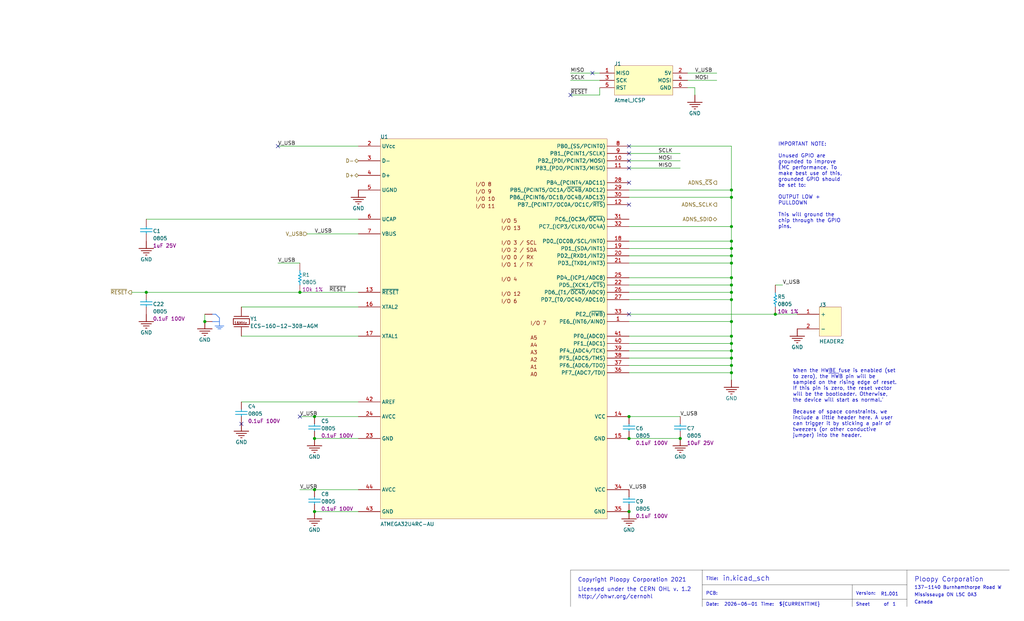
<source format=kicad_sch>
(kicad_sch (version 20231120) (generator "eeschema") (generator_version "8.0")
  (paper "USLegal")
  (title_block (rev "R1.001") (company "Ploopy Corporation"))
  (lib_symbols
    (symbol "MiniBall-altium-import:GND_POWER_GROUND" (power)
      (property "Reference" "#PWR" (at 0 0 0))
      (property "Value" "GND" (at 0 6.35 0))
      (symbol "GND_POWER_GROUND_0_0"
        (polyline (pts (xy -2.54 -2.54) (xy 2.54 -2.54)) (stroke (width 0.254)))
        (polyline (pts (xy -1.778 -3.302) (xy 1.778 -3.302)) (stroke (width 0.254)))
        (polyline (pts (xy -1.016 -4.064) (xy 1.016 -4.064)) (stroke (width 0.254)))
        (polyline (pts (xy -0.254 -4.826) (xy 0.254 -4.826)) (stroke (width 0.254)))
        (polyline (pts (xy 0 0) (xy 0 -2.54)) (stroke (width 0.254)))
        (pin power_in line (at 0 0 0) (length 0) hide (name "GND") (number ""))
      )
    )
    (symbol "MiniBall-altium-import:MCU_0_ATMEGA32U4RC-AU"
      (symbol "MCU_0_ATMEGA32U4RC-AU_1_0"
        (rectangle (start 50.8 66.04) (end -27.94 -66.04) (stroke (width 0.0254) (color 128 0 0 1)) (fill (type background)))
        (text "A0" (at 24.13 -16.51 0) (effects (font (size 1.27 1.27)) (justify left bottom)))
        (text "A1" (at 24.13 -13.97 0) (effects (font (size 1.27 1.27)) (justify left bottom)))
        (text "A2" (at 24.13 -11.43 0) (effects (font (size 1.27 1.27)) (justify left bottom)))
        (text "A3" (at 24.13 -8.89 0) (effects (font (size 1.27 1.27)) (justify left bottom)))
        (text "A4" (at 24.13 -6.35 0) (effects (font (size 1.27 1.27)) (justify left bottom)))
        (text "A5" (at 24.13 -3.81 0) (effects (font (size 1.27 1.27)) (justify left bottom)))
        (text "I/O 0 / RX" (at 13.97 24.13 0) (effects (font (size 1.27 1.27)) (justify left bottom)))
        (text "I/O 1 / TX" (at 13.97 21.59 0) (effects (font (size 1.27 1.27)) (justify left bottom)))
        (text "I/O 10" (at 5.08 44.45 0) (effects (font (size 1.27 1.27)) (justify left bottom)))
        (text "I/O 11" (at 5.08 41.91 0) (effects (font (size 1.27 1.27)) (justify left bottom)))
        (text "I/O 12" (at 13.97 11.43 0) (effects (font (size 1.27 1.27)) (justify left bottom)))
        (text "I/O 13" (at 13.97 34.29 0) (effects (font (size 1.27 1.27)) (justify left bottom)))
        (text "I/O 2 / SDA" (at 13.97 26.67 0) (effects (font (size 1.27 1.27)) (justify left bottom)))
        (text "I/O 3 / SCL" (at 13.97 29.21 0) (effects (font (size 1.27 1.27)) (justify left bottom)))
        (text "I/O 4" (at 13.97 16.51 0) (effects (font (size 1.27 1.27)) (justify left bottom)))
        (text "I/O 5" (at 13.97 36.83 0) (effects (font (size 1.27 1.27)) (justify left bottom)))
        (text "I/O 6" (at 13.97 8.89 0) (effects (font (size 1.27 1.27)) (justify left bottom)))
        (text "I/O 7" (at 24.13 1.27 0) (effects (font (size 1.27 1.27)) (justify left bottom)))
        (text "I/O 8" (at 5.08 49.53 0) (effects (font (size 1.27 1.27)) (justify left bottom)))
        (text "I/O 9" (at 5.08 46.99 0) (effects (font (size 1.27 1.27)) (justify left bottom)))
        (pin bidirectional line (at 58.42 2.54 180) (length 7.62) (name "PE6_(INT6/AIN0)") (number "1"))
        (pin bidirectional line (at 58.42 58.42 180) (length 7.62) (name "PB2_(PDI/PCINT2/MOSI)") (number "10"))
        (pin bidirectional line (at 58.42 55.88 180) (length 7.62) (name "PB3_(PDO/PCINT3/MISO)") (number "11"))
        (pin bidirectional line (at 58.42 43.18 180) (length 7.62) (name "PB7_(PCINT7/OC0A/OC1C/~{RTS})") (number "12"))
        (pin input line (at -35.56 12.7 0) (length 7.62) (name "~{RESET}") (number "13"))
        (pin power_in line (at 58.42 -30.48 180) (length 7.62) (name "VCC") (number "14"))
        (pin passive line (at 58.42 -38.1 180) (length 7.62) (name "GND") (number "15"))
        (pin passive line (at -35.56 7.62 0) (length 7.62) (name "XTAL2") (number "16"))
        (pin passive line (at -35.56 -2.54 0) (length 7.62) (name "XTAL1") (number "17"))
        (pin bidirectional line (at 58.42 30.48 180) (length 7.62) (name "PD0_(OC0B/SCL/INT0)") (number "18"))
        (pin bidirectional line (at 58.42 27.94 180) (length 7.62) (name "PD1_(SDA/INT1)") (number "19"))
        (pin power_in line (at -35.56 63.5 0) (length 7.62) (name "UVcc") (number "2"))
        (pin bidirectional line (at 58.42 25.4 180) (length 7.62) (name "PD2_(RXD1/INT2)") (number "20"))
        (pin bidirectional line (at 58.42 22.86 180) (length 7.62) (name "PD3_(TXD1/INT3)") (number "21"))
        (pin bidirectional line (at 58.42 15.24 180) (length 7.62) (name "PD5_(XCK1/~{CTS})") (number "22"))
        (pin passive line (at -35.56 -38.1 0) (length 7.62) (name "GND") (number "23"))
        (pin power_in line (at -35.56 -30.48 0) (length 7.62) (name "AVCC") (number "24"))
        (pin bidirectional line (at 58.42 17.78 180) (length 7.62) (name "PD4_(ICP1/ADC8)") (number "25"))
        (pin bidirectional line (at 58.42 12.7 180) (length 7.62) (name "PD6_(T1/~{OC4D}/ADC9)") (number "26"))
        (pin bidirectional line (at 58.42 10.16 180) (length 7.62) (name "PD7_(T0/OC4D/ADC10)") (number "27"))
        (pin bidirectional line (at 58.42 50.8 180) (length 7.62) (name "PB4_(PCINT4/ADC11)") (number "28"))
        (pin bidirectional line (at 58.42 48.26 180) (length 7.62) (name "PB5_(PCINT5/OC1A/~{OC4B}/ADC12)") (number "29"))
        (pin bidirectional line (at -35.56 58.42 0) (length 7.62) (name "D-") (number "3"))
        (pin bidirectional line (at 58.42 45.72 180) (length 7.62) (name "PB6_(PCINT6/OC1B/OC4B/ADC13)") (number "30"))
        (pin bidirectional line (at 58.42 38.1 180) (length 7.62) (name "PC6_(OC3A/~{OC4A})") (number "31"))
        (pin bidirectional line (at 58.42 35.56 180) (length 7.62) (name "PC7_(ICP3/CLK0/OC4A)") (number "32"))
        (pin bidirectional line (at 58.42 5.08 180) (length 7.62) (name "PE2_(~{HWB})") (number "33"))
        (pin power_in line (at 58.42 -55.88 180) (length 7.62) (name "VCC") (number "34"))
        (pin passive line (at 58.42 -63.5 180) (length 7.62) (name "GND") (number "35"))
        (pin bidirectional line (at 58.42 -15.24 180) (length 7.62) (name "PF7_(ADC7/TDI)") (number "36"))
        (pin bidirectional line (at 58.42 -12.7 180) (length 7.62) (name "PF6_(ADC6/TDO)") (number "37"))
        (pin bidirectional line (at 58.42 -10.16 180) (length 7.62) (name "PF5_(ADC5/TMS)") (number "38"))
        (pin bidirectional line (at 58.42 -7.62 180) (length 7.62) (name "PF4_(ADC4/TCK)") (number "39"))
        (pin bidirectional line (at -35.56 53.34 0) (length 7.62) (name "D+") (number "4"))
        (pin bidirectional line (at 58.42 -5.08 180) (length 7.62) (name "PF1_(ADC1)") (number "40"))
        (pin bidirectional line (at 58.42 -2.54 180) (length 7.62) (name "PF0_(ADC0)") (number "41"))
        (pin passive line (at -35.56 -25.4 0) (length 7.62) (name "AREF") (number "42"))
        (pin passive line (at -35.56 -63.5 0) (length 7.62) (name "GND") (number "43"))
        (pin power_in line (at -35.56 -55.88 0) (length 7.62) (name "AVCC") (number "44"))
        (pin passive line (at -35.56 48.26 0) (length 7.62) (name "UGND") (number "5"))
        (pin passive line (at -35.56 38.1 0) (length 7.62) (name "UCAP") (number "6"))
        (pin power_in line (at -35.56 33.02 0) (length 7.62) (name "VBUS") (number "7"))
        (pin bidirectional line (at 58.42 63.5 180) (length 7.62) (name "PB0_(SS/PCINT0)") (number "8"))
        (pin bidirectional line (at 58.42 60.96 180) (length 7.62) (name "PB1_(PCINT1/SCLK)") (number "9"))
      )
    )
    (symbol "MiniBall-altium-import:MCU_0_Atmel_ICSP"
      (symbol "MCU_0_Atmel_ICSP_1_0"
        (rectangle (start 17.78 5.08) (end -2.54 -5.08) (stroke (width 0.0254) (color 128 0 0 1)) (fill (type background)))
        (pin passive line (at -7.62 2.54 0) (length 5.08) (name "MISO") (number "1"))
        (pin passive line (at 22.86 2.54 180) (length 5.08) (name "5V") (number "2"))
        (pin passive line (at -7.62 0 0) (length 5.08) (name "SCK") (number "3"))
        (pin passive line (at 22.86 0 180) (length 5.08) (name "MOSI") (number "4"))
        (pin passive line (at -7.62 -2.54 0) (length 5.08) (name "RST") (number "5"))
        (pin passive line (at 22.86 -2.54 180) (length 5.08) (name "GND") (number "6"))
      )
    )
    (symbol "MiniBall-altium-import:MCU_0_ECS-160-12-30B-AGM"
      (symbol "MCU_0_ECS-160-12-30B-AGM_1_0"
        (polyline (pts (xy -7.62 2.54) (xy -6.35 2.54)) (stroke (width 0.254) (color 74 134 232 1)))
        (polyline (pts (xy -6.35 2.54) (xy -5.08 1.27)) (stroke (width 0.254) (color 74 134 232 1)))
        (polyline (pts (xy -5.08 1.27) (xy -5.08 0)) (stroke (width 0.254) (color 74 134 232 1)))
        (polyline (pts (xy -4.572 -2.54) (xy -5.588 -2.54)) (stroke (width 0.254) (color 74 134 232 1)))
        (polyline (pts (xy -4.064 -2.032) (xy -6.096 -2.032)) (stroke (width 0.254) (color 74 134 232 1)))
        (polyline (pts (xy -3.556 -1.524) (xy -6.604 -1.524)) (stroke (width 0.254) (color 74 134 232 1)))
        (polyline (pts (xy 0 -1.778) (xy 5.08 -1.778)) (stroke (width 0.254)))
        (polyline (pts (xy 5.08 1.778) (xy 0 1.778)) (stroke (width 0.254)))
        (polyline (pts (xy -7.62 0) (xy -5.08 0) (xy -5.08 -1.524)) (stroke (width 0.254) (color 74 134 232 1)))
        (polyline (pts (xy 0 -1.016) (xy -0.254 -1.016) (xy -0.254 1.016) (xy 5.334 1.016) (xy 5.334 -1.016) (xy 0 -1.016)) (stroke (width 0.254)))
        (text "16MHz" (at 0 -1.016 0) (effects (font (size 0.889 0.889)) (justify left bottom)))
        (pin passive line (at 2.54 5.08 270) (length 3.175) (name "1") (number "1"))
        (pin passive line (at -10.16 0 0) (length 2.54) (name "2") (number "2"))
        (pin passive line (at 2.54 -5.08 90) (length 3.175) (name "3") (number "3"))
        (pin passive line (at -10.16 2.54 0) (length 2.54) (name "4") (number "4"))
      )
    )
    (symbol "MiniBall-altium-import:MCU_0_HEADER2"
      (symbol "MCU_0_HEADER2_1_0"
        (rectangle (start 5.08 5.08) (end -2.54 -5.08) (stroke (width 0.0254) (color 128 0 0 1)) (fill (type background)))
        (pin passive line (at -10.16 2.54 0) (length 7.62) (name "+") (number "1"))
        (pin passive line (at -10.16 -2.54 0) (length 7.62) (name "-") (number "2"))
      )
    )
    (symbol "MiniBall-altium-import:MCU_1_Cap 0.1uF 100V"
      (symbol "MCU_1_Cap 0.1uF 100V_1_0"
        (polyline (pts (xy 0.508 0.762) (xy 4.572 0.762)) (stroke (width 0.254) (color 0 156 202 1)))
        (polyline (pts (xy 0.508 1.778) (xy 4.572 1.778)) (stroke (width 0.254) (color 0 156 202 1)))
        (polyline (pts (xy 2.54 0) (xy 2.54 0.762)) (stroke (width 0.254) (color 0 156 202 1)))
        (polyline (pts (xy 2.54 2.54) (xy 2.54 1.778)) (stroke (width 0.254) (color 0 156 202 1)))
        (pin passive line (at 2.54 -2.54 90) (length 2.54) (name "1") (number "1"))
        (pin passive line (at 2.54 5.08 270) (length 2.54) (name "2") (number "2"))
      )
    )
    (symbol "MiniBall-altium-import:MCU_1_Cap 1uF 25V"
      (symbol "MCU_1_Cap 1uF 25V_1_0"
        (polyline (pts (xy 0.508 0.762) (xy 4.572 0.762)) (stroke (width 0.254) (color 0 156 202 1)))
        (polyline (pts (xy 0.508 1.778) (xy 4.572 1.778)) (stroke (width 0.254) (color 0 156 202 1)))
        (polyline (pts (xy 2.54 0) (xy 2.54 0.762)) (stroke (width 0.254) (color 0 156 202 1)))
        (polyline (pts (xy 2.54 2.54) (xy 2.54 1.778)) (stroke (width 0.254) (color 0 156 202 1)))
        (pin passive line (at 2.54 -2.54 90) (length 2.54) (name "1") (number "1"))
        (pin passive line (at 2.54 5.08 270) (length 2.54) (name "2") (number "2"))
      )
    )
    (symbol "MiniBall-altium-import:MCU_1_Res 10k 1% 0805"
      (symbol "MCU_1_Res 10k 1% 0805_1_0"
        (polyline (pts (xy 2.54 0) (xy 2.54 1.016)) (stroke (width 0.254) (color 0 156 202 1)))
        (polyline (pts (xy 2.54 4.064) (xy 2.54 5.08)) (stroke (width 0.254) (color 0 156 202 1)))
        (polyline (pts (xy 2.54 1.016) (xy 2.032 1.27) (xy 3.048 1.778) (xy 2.032 2.286) (xy 3.048 2.794) (xy 2.032 3.302) (xy 3.048 3.81) (xy 2.54 4.064)) (stroke (width 0.254) (color 0 156 202 1)))
        (pin passive line (at 2.54 -2.54 90) (length 2.54) (name "1") (number "1"))
        (pin passive line (at 2.54 7.62 270) (length 2.54) (name "2") (number "2"))
      )
    )
    (symbol "MiniBall-altium-import:MCU_1_mirrored_Cap 0.1uF 100V"
      (symbol "MCU_1_mirrored_Cap 0.1uF 100V_1_0"
        (polyline (pts (xy -2.54 0) (xy -2.54 0.762)) (stroke (width 0.254) (color 0 156 202 1)))
        (polyline (pts (xy -2.54 2.54) (xy -2.54 1.778)) (stroke (width 0.254) (color 0 156 202 1)))
        (polyline (pts (xy -0.508 0.762) (xy -4.572 0.762)) (stroke (width 0.254) (color 0 156 202 1)))
        (polyline (pts (xy -0.508 1.778) (xy -4.572 1.778)) (stroke (width 0.254) (color 0 156 202 1)))
        (pin passive line (at -2.54 -2.54 90) (length 2.54) (name "1") (number "1"))
        (pin passive line (at -2.54 5.08 270) (length 2.54) (name "2") (number "2"))
      )
    )
    (symbol "MiniBall-altium-import:MCU_1_mirrored_Cap 10uF 25V"
      (symbol "MCU_1_mirrored_Cap 10uF 25V_1_0"
        (polyline (pts (xy -2.54 0) (xy -2.54 0.762)) (stroke (width 0.254) (color 0 156 202 1)))
        (polyline (pts (xy -2.54 2.54) (xy -2.54 1.778)) (stroke (width 0.254) (color 0 156 202 1)))
        (polyline (pts (xy -0.508 0.762) (xy -4.572 0.762)) (stroke (width 0.254) (color 0 156 202 1)))
        (polyline (pts (xy -0.508 1.778) (xy -4.572 1.778)) (stroke (width 0.254) (color 0 156 202 1)))
        (pin passive line (at -2.54 -2.54 90) (length 2.54) (name "1") (number "1"))
        (pin passive line (at -2.54 5.08 270) (length 2.54) (name "2") (number "2"))
      )
    )
  )
  (junction (at 269.24 109.22))
  (junction (at 218.44 177.8))
  (junction (at 254 111.76))
  (junction (at 254 88.9))
  (junction (at 109.22 144.78))
  (junction (at 109.22 177.8))
  (junction (at 109.22 152.4))
  (junction (at 50.8 101.6))
  (junction (at 236.22 152.4))
  (junction (at 254 104.14))
  (junction (at 254 129.54))
  (junction (at 254 119.38))
  (junction (at 254 86.36))
  (junction (at 218.44 152.4))
  (junction (at 254 99.06))
  (junction (at 254 68.58))
  (junction (at 254 78.74))
  (junction (at 254 121.92))
  (junction (at 104.14 101.6))
  (junction (at 254 91.44))
  (junction (at 218.44 144.78))
  (junction (at 254 96.52))
  (junction (at 254 116.84))
  (junction (at 254 66.04))
  (junction (at 254 101.6))
  (junction (at 254 127))
  (junction (at 71.12 111.76))
  (junction (at 254 124.46))
  (junction (at 254 83.82))
  (junction (at 109.22 170.18))
  (no_connect (at 218.44 50.8))
  (no_connect (at 218.44 63.5))
  (no_connect (at 96.52 50.8))
  (no_connect (at 205.74 25.4))
  (no_connect (at 218.44 55.88))
  (no_connect (at 218.44 109.22))
  (no_connect (at 198.12 33.02))
  (no_connect (at 218.44 71.12))
  (no_connect (at 104.14 144.78))
  (no_connect (at 218.44 53.34))
  (no_connect (at 218.44 58.42))
  (no_connect (at 83.82 147.32))
  (wire (pts (xy 208.28 33.02) (xy 198.12 33.02)))
  (wire (pts (xy 208.28 25.4) (xy 198.12 25.4)))
  (wire (pts (xy 124.46 106.68) (xy 83.82 106.68)))
  (wire (pts (xy 124.46 76.2) (xy 50.8 76.2)))
  (wire (pts (xy 96.52 50.8) (xy 124.46 50.8)))
  (wire (pts (xy 241.3 30.48) (xy 238.76 30.48)))
  (polyline (pts (xy 198.12 198.12) (xy 198.12 210.82)) (stroke (width 0.0254) (type solid) (color 0 0 0 1)))
  (wire (pts (xy 254 124.46) (xy 254 127)))
  (wire (pts (xy 254 96.52) (xy 254 99.06)))
  (wire (pts (xy 218.44 50.8) (xy 254 50.8)))
  (wire (pts (xy 218.44 86.36) (xy 254 86.36)))
  (wire (pts (xy 218.44 88.9) (xy 254 88.9)))
  (wire (pts (xy 208.28 30.48) (xy 208.28 33.02)))
  (wire (pts (xy 254 68.58) (xy 254 78.74)))
  (wire (pts (xy 236.22 53.34) (xy 218.44 53.34)))
  (wire (pts (xy 124.46 144.78) (xy 109.22 144.78)))
  (polyline (pts (xy 243.84 198.12) (xy 243.84 210.82)) (stroke (width 0.0254) (type solid) (color 0 0 0 1)))
  (wire (pts (xy 236.22 152.4) (xy 218.44 152.4)))
  (wire (pts (xy 218.44 124.46) (xy 254 124.46)))
  (wire (pts (xy 218.44 129.54) (xy 254 129.54)))
  (polyline (pts (xy 295.91 203.2) (xy 295.91 210.82)) (stroke (width 0.0254) (type solid) (color 0 0 0 1)))
  (wire (pts (xy 218.44 55.88) (xy 236.22 55.88)))
  (wire (pts (xy 218.44 78.74) (xy 254 78.74)))
  (wire (pts (xy 218.44 121.92) (xy 254 121.92)))
  (wire (pts (xy 124.46 170.18) (xy 109.22 170.18)))
  (wire (pts (xy 218.44 68.58) (xy 254 68.58)))
  (wire (pts (xy 238.76 25.4) (xy 248.92 25.4)))
  (wire (pts (xy 254 66.04) (xy 254 68.58)))
  (wire (pts (xy 218.44 96.52) (xy 254 96.52)))
  (wire (pts (xy 254 99.06) (xy 254 101.6)))
  (polyline (pts (xy 350.52 198.12) (xy 243.84 198.12)) (stroke (width 0.0254) (type solid) (color 0 0 0 1)))
  (wire (pts (xy 254 119.38) (xy 254 121.92)))
  (wire (pts (xy 238.76 27.94) (xy 248.92 27.94)))
  (wire (pts (xy 218.44 83.82) (xy 254 83.82)))
  (wire (pts (xy 218.44 104.14) (xy 254 104.14)))
  (polyline (pts (xy 243.84 203.2) (xy 314.96 203.2)) (stroke (width 0.0254) (type solid) (color 0 0 0 1)))
  (wire (pts (xy 254 50.8) (xy 254 66.04)))
  (wire (pts (xy 254 129.54) (xy 254 132.08)))
  (wire (pts (xy 236.22 58.42) (xy 218.44 58.42)))
  (wire (pts (xy 124.46 177.8) (xy 109.22 177.8)))
  (wire (pts (xy 269.24 109.22) (xy 218.44 109.22)))
  (wire (pts (xy 254 121.92) (xy 254 124.46)))
  (wire (pts (xy 218.44 91.44) (xy 254 91.44)))
  (wire (pts (xy 109.22 170.18) (xy 104.14 170.18)))
  (wire (pts (xy 254 86.36) (xy 254 88.9)))
  (polyline (pts (xy 314.96 198.12) (xy 314.96 210.82)) (stroke (width 0.0254) (type solid) (color 0 0 0 1)))
  (wire (pts (xy 254 104.14) (xy 254 111.76)))
  (wire (pts (xy 104.14 91.44) (xy 96.52 91.44)))
  (wire (pts (xy 254 111.76) (xy 254 116.84)))
  (wire (pts (xy 241.3 33.02) (xy 241.3 30.48)))
  (polyline (pts (xy 243.84 198.12) (xy 198.12 198.12)) (stroke (width 0.0254) (type solid) (color 0 0 0 1)))
  (wire (pts (xy 218.44 144.78) (xy 236.22 144.78)))
  (wire (pts (xy 254 83.82) (xy 254 86.36)))
  (wire (pts (xy 218.44 111.76) (xy 254 111.76)))
  (wire (pts (xy 218.44 127) (xy 254 127)))
  (wire (pts (xy 71.12 111.76) (xy 71.12 109.22)))
  (wire (pts (xy 218.44 119.38) (xy 254 119.38)))
  (wire (pts (xy 254 127) (xy 254 129.54)))
  (wire (pts (xy 218.44 101.6) (xy 254 101.6)))
  (wire (pts (xy 254 91.44) (xy 254 96.52)))
  (wire (pts (xy 254 116.84) (xy 254 119.38)))
  (wire (pts (xy 276.86 109.22) (xy 269.24 109.22)))
  (wire (pts (xy 254 101.6) (xy 254 104.14)))
  (wire (pts (xy 254 78.74) (xy 254 83.82)))
  (wire (pts (xy 124.46 152.4) (xy 109.22 152.4)))
  (wire (pts (xy 124.46 139.7) (xy 83.82 139.7)))
  (wire (pts (xy 218.44 99.06) (xy 254 99.06)))
  (wire (pts (xy 124.46 81.28) (xy 106.68 81.28)))
  (wire (pts (xy 269.24 99.06) (xy 271.78 99.06)))
  (wire (pts (xy 208.28 27.94) (xy 198.12 27.94)))
  (wire (pts (xy 124.46 116.84) (xy 83.82 116.84)))
  (wire (pts (xy 104.14 101.6) (xy 50.8 101.6)))
  (wire (pts (xy 124.46 101.6) (xy 104.14 101.6)))
  (wire (pts (xy 254 88.9) (xy 254 91.44)))
  (wire (pts (xy 50.8 101.6) (xy 45.72 101.6)))
  (wire (pts (xy 218.44 66.04) (xy 254 66.04)))
  (wire (pts (xy 218.44 116.84) (xy 254 116.84)))
  (wire (pts (xy 109.22 144.78) (xy 104.14 144.78)))
  (polyline (pts (xy 243.84 208.28) (xy 314.96 208.28)) (stroke (width 0.0254) (type solid) (color 0 0 0 1)))
  (text_box "When the HWBE fuse is enabled (set to zero), the~{ HW}B pin will be sampled on the rising edge of reset. If this pin is zero, the reset vector will be the bootloader. Otherwise, the device will start as normal.'\n\nBecause of space constraints, we include a little header here. A user can trigger it by sticking a pair of tweezers (or other conductive jumper) into the header." (at 312.42 127 0) (size -38.1 33.02) (stroke (width -0.0001) (color 0 0 0 1)) (fill (type color) (color 255 255 255 1)) (effects (font (size 1.27 1.27)) (justify left top)))
  (text_box "IMPORTANT NOTE:\n\nUnused GPIO are grounded to improve EMC performance. To make best use of this, grounded GPIO should be set to:\n\nOUTPUT LOW + PULLDOWN\n\nThis will ground the chip through the GPIO pins." (at 294.64 48.26 0) (size -25.4 43.18) (stroke (width -0.0001) (color 0 0 0 1)) (fill (type color) (color 255 255 255 1)) (effects (font (size 1.27 1.27)) (justify left top)))
  (text "Licensed under the CERN OHL v. 1.2" (at 200.66 205.74 0) (effects (font (size 1.397 1.397)) (justify left bottom)))
  (text "Mississauga ON L5C 0A3" (at 317.5 207.518 0) (effects (font (size 1.143 1.143)) (justify left bottom)))
  (text "137-1140 Burnhamthorpe Road W" (at 317.5 204.978 0) (effects (font (size 1.143 1.143)) (justify left bottom)))
  (text "Date:" (at 245.11 210.82 0) (effects (font (size 1.143 1.143)) (justify left bottom)))
  (text "Title:" (at 245.11 201.93 0) (effects (font (size 1.143 1.143)) (justify left bottom)))
  (text "${CURRENTTIME}" (at 270.51 210.82 0) (effects (font (size 1.143 1.143)) (justify left bottom)))
  (text "Ploopy Corporation" (at 317.5 202.438 0) (effects (font (size 1.651 1.651)) (justify left bottom)))
  (text "${FILENAME}" (at 250.952 202.184 0) (effects (font (size 1.778 1.778)) (justify left bottom)))
  (text "${REVISION}" (at 305.816 207.264 0) (effects (font (size 1.143 1.143)) (justify left bottom)))
  (text "${##}" (at 309.88 210.82 0) (effects (font (size 1.143 1.143)) (justify left bottom)))
  (text "Sheet" (at 297.18 210.82 0) (effects (font (size 1.143 1.143)) (justify left bottom)))
  (text "Time:" (at 264.16 210.82 0) (effects (font (size 1.143 1.143)) (justify left bottom)))
  (text "of" (at 306.832 210.82 0) (effects (font (size 1.143 1.143)) (justify left bottom)))
  (text "PCB:" (at 245.11 207.01 0) (effects (font (size 1.143 1.143)) (justify left bottom)))
  (text "http://ohwr.org/cernohl" (at 200.66 208.28 0) (effects (font (size 1.397 1.397)) (justify left bottom)))
  (text "${CURRENT_DATE}" (at 251.46 210.82 0) (effects (font (size 1.143 1.143)) (justify left bottom)))
  (text "${#}" (at 303.022 210.82 0) (effects (font (size 1.143 1.143)) (justify left bottom)))
  (text "Canada" (at 317.5 210.058 0) (effects (font (size 1.143 1.143)) (justify left bottom)))
  (text "Version:" (at 297.18 207.01 0) (effects (font (size 1.143 1.143)) (justify left bottom)))
  (text "Copyright Ploopy Corporation 2021" (at 200.66 202.438 0) (effects (font (size 1.397 1.397)) (justify left bottom)))
  (text "${PROJECTNAME}" (at 250.952 207.264 0) (effects (font (size 1.651 1.651)) (justify left bottom)))
  (label "SCLK" (at 228.6 53.34 0))
  (label "V_USB" (at 104.14 144.78 0))
  (label "V_USB" (at 96.52 50.8 0))
  (label "MOSI" (at 241.3 27.94 0))
  (label "V_USB" (at 271.78 99.06 0))
  (label "V_USB" (at 96.52 91.44 0))
  (label "~{RESET}" (at 198.12 33.02 0))
  (label "MOSI" (at 228.6 55.88 0))
  (label "V_USB" (at 109.22 81.28 0))
  (label "SCLK" (at 198.12 27.94 0))
  (label "V_USB" (at 104.14 170.18 0))
  (label "~{RESET}" (at 114.3 101.6 0))
  (label "MISO" (at 198.12 25.4 0))
  (label "MISO" (at 228.6 58.42 0))
  (label "V_USB" (at 218.44 170.18 0))
  (label "V_USB" (at 236.22 144.78 0))
  (label "V_USB" (at 241.3 25.4 0))
  (hierarchical_label "D+" (shape bidirectional) (at 124.46 60.96 180))
  (hierarchical_label "V_USB" (shape input) (at 106.68 81.28 180))
  (hierarchical_label "ADNS_SCLK" (shape output) (at 248.92 71.12 180))
  (hierarchical_label "~{RESET}" (shape output) (at 45.72 101.6 180))
  (hierarchical_label "D-" (shape bidirectional) (at 124.46 55.88 180))
  (hierarchical_label "ADNS_~{CS}" (shape output) (at 248.92 63.5 180))
  (hierarchical_label "ADNS_SDIO" (shape bidirectional) (at 248.92 76.2 180))
  (symbol (lib_id "MiniBall-altium-import:GND_POWER_GROUND") (at 218.44 177.8 0) (unit 1)
    (property "Reference" "#PWR?" (effects (hide yes)))
    (property "Value" "GND" (at 218.44 184.15 0))
  )
  (symbol (lib_id "MiniBall-altium-import:MCU_0_Atmel_ICSP") (at 215.9 27.94 0) (unit 1)
    (property "Reference" "J1" (at 213.36 22.86 0) (effects (justify left bottom)))
    (property "Value" "Atmel_ICSP" (at 213.36 35.56 0) (effects (justify left bottom)))
    (property "Footprint" "6x2" (effects (hide yes)))
    (property "Description" "6-pin 0.100\" ICSP header" (effects (hide yes)))
    (property "SUPPLIER 1" "Digi-Key" (effects (hide yes)))
    (property "SUPPLIER PART NUMBER 1" "S2012EC-03-ND" (effects (hide yes)))
  )
  (symbol (lib_id "MiniBall-altium-import:GND_POWER_GROUND") (at 241.3 33.02 0) (unit 1)
    (property "Reference" "#PWR?" (effects (hide yes)))
    (property "Value" "GND" (at 241.3 39.37 0))
  )
  (symbol (lib_id "MiniBall-altium-import:GND_POWER_GROUND") (at 83.82 147.32 0) (unit 1)
    (property "Reference" "#PWR?" (effects (hide yes)))
    (property "Value" "GND" (at 83.82 153.67 0))
  )
  (symbol (lib_id "MiniBall-altium-import:GND_POWER_GROUND") (at 71.12 111.76 0) (unit 1)
    (property "Reference" "#PWR?" (effects (hide yes)))
    (property "Value" "GND" (at 71.12 118.11 0))
  )
  (symbol (lib_id "MiniBall-altium-import:MCU_0_HEADER2") (at 287.02 111.76 0) (unit 1)
    (property "Reference" "J3" (at 284.48 106.68 0) (effects (justify left bottom)))
    (property "Value" "HEADER2" (at 284.48 119.38 0) (effects (justify left bottom)))
    (property "Footprint" "2x1" (effects (hide yes)))
    (property "Description" "2-pin 0.100\" header" (effects (hide yes)))
    (property "SUPPLIER 1" "Mouser" (effects (hide yes)))
    (property "SUPPLIER PART NUMBER 1" "855-M20-9990245" (effects (hide yes)))
    (property "SUPPLIER 2" "Digi-Key" (effects (hide yes)))
    (property "SUPPLIER PART NUMBER 2" "952-2261-ND" (effects (hide yes)))
  )
  (symbol (lib_id "MiniBall-altium-import:MCU_1_mirrored_Cap 0.1uF 100V") (at 220.98 149.86 0) (unit 1)
    (property "Reference" "C6" (at 220.726 149.606 0) (effects (justify left bottom)))
    (property "Value" "0805" (at 220.726 152.146 0) (effects (justify left bottom)))
    (property "Footprint" "0805 - TALL" (effects (hide yes)))
    (property "Description" "0805, X5R or better" (effects (hide yes)))
    (property "ALTIUM_VALUE" "0.1uF 100V" (at 220.726 154.686 0) (effects (justify left bottom)))
    (property "SUPPLIER 1" "Digi-Key" (effects (hide yes)))
    (property "SUPPLIER PART NUMBER 1" "1276-6840-2-ND" (effects (hide yes)))
  )
  (symbol (lib_id "MiniBall-altium-import:MCU_1_Cap 0.1uF 100V") (at 215.9 175.26 0) (unit 1)
    (property "Reference" "C9" (at 220.726 175.006 0) (effects (justify left bottom)))
    (property "Value" "0805" (at 220.726 177.546 0) (effects (justify left bottom)))
    (property "Footprint" "0805 - TALL" (effects (hide yes)))
    (property "Description" "0805, X5R or better" (effects (hide yes)))
    (property "ALTIUM_VALUE" "0.1uF 100V" (at 220.726 180.086 0) (effects (justify left bottom)))
    (property "SUPPLIER 1" "Digi-Key" (effects (hide yes)))
    (property "SUPPLIER PART NUMBER 1" "1276-6840-2-ND" (effects (hide yes)))
  )
  (symbol (lib_id "MiniBall-altium-import:MCU_1_Cap 0.1uF 100V") (at 48.26 106.68 0) (unit 1)
    (property "Reference" "C22" (at 53.086 106.426 0) (effects (justify left bottom)))
    (property "Value" "0805" (at 53.086 108.966 0) (effects (justify left bottom)))
    (property "Footprint" "0805 - TALL" (effects (hide yes)))
    (property "Description" "0805, X5R or better" (effects (hide yes)))
    (property "SUPPLIER 1" "Digi-Key" (effects (hide yes)))
    (property "SUPPLIER PART NUMBER 1" "1276-6840-2-ND" (effects (hide yes)))
    (property "ALTIUM_VALUE" "0.1uF 100V" (at 53.086 111.506 0) (effects (justify left bottom)))
  )
  (symbol (lib_id "MiniBall-altium-import:MCU_1_Res 10k 1% 0805") (at 266.7 106.68 0) (unit 1)
    (property "Reference" "R5" (at 270.002 103.886 0) (effects (justify left bottom)))
    (property "Value" "0805" (at 270.002 106.426 0) (effects (justify left bottom)))
    (property "Footprint" "0805" (effects (hide yes)))
    (property "Description" "Chip resistor" (effects (hide yes)))
    (property "SUPPLIER 1" "Digi-Key" (effects (hide yes)))
    (property "SUPPLIER PART NUMBER 1" "RMCF0805FT10K0TR-ND" (effects (hide yes)))
    (property "ALTIUM_VALUE" "10k 1%" (at 270.002 108.966 0) (effects (justify left bottom)))
  )
  (symbol (lib_id "MiniBall-altium-import:GND_POWER_GROUND") (at 254 132.08 0) (unit 1)
    (property "Reference" "#PWR?" (effects (hide yes)))
    (property "Value" "GND" (at 254 138.43 0))
  )
  (symbol (lib_id "MiniBall-altium-import:MCU_1_Cap 0.1uF 100V") (at 81.28 144.78 0) (unit 1)
    (property "Reference" "C4" (at 86.106 141.986 0) (effects (justify left bottom)))
    (property "Value" "0805" (at 86.106 144.526 0) (effects (justify left bottom)))
    (property "Footprint" "0805 - TALL" (effects (hide yes)))
    (property "Description" "0805, X5R or better" (effects (hide yes)))
    (property "ALTIUM_VALUE" "0.1uF 100V" (at 86.106 147.066 0) (effects (justify left bottom)))
    (property "SUPPLIER 1" "Digi-Key" (effects (hide yes)))
    (property "SUPPLIER PART NUMBER 1" "1276-6840-2-ND" (effects (hide yes)))
  )
  (symbol (lib_id "MiniBall-altium-import:MCU_1_Cap 1uF 25V") (at 48.26 81.28 0) (unit 1)
    (property "Reference" "C1" (at 53.086 81.026 0) (effects (justify left bottom)))
    (property "Value" "0805" (at 53.086 83.566 0) (effects (justify left bottom)))
    (property "Footprint" "0805 - TALL" (effects (hide yes)))
    (property "Description" "0805, X5R or better" (effects (hide yes)))
    (property "ALTIUM_VALUE" "1uF 25V" (at 53.086 86.106 0) (effects (justify left bottom)))
    (property "SUPPLIER 1" "Digi-Key" (effects (hide yes)))
    (property "SUPPLIER PART NUMBER 1" "1276-1066-2-ND" (effects (hide yes)))
    (property "SUPPLIER 2" "Digi-Key" (effects (hide yes)))
    (property "SUPPLIER PART NUMBER 2" "1276-1066-1-ND" (effects (hide yes)))
  )
  (symbol (lib_id "MiniBall-altium-import:GND_POWER_GROUND") (at 109.22 177.8 0) (unit 1)
    (property "Reference" "#PWR?" (effects (hide yes)))
    (property "Value" "GND" (at 109.22 184.15 0))
  )
  (symbol (lib_id "MiniBall-altium-import:GND_POWER_GROUND") (at 236.22 152.4 0) (unit 1)
    (property "Reference" "#PWR?" (effects (hide yes)))
    (property "Value" "GND" (at 236.22 158.75 0))
  )
  (symbol (lib_id "MiniBall-altium-import:GND_POWER_GROUND") (at 276.86 114.3 0) (unit 1)
    (property "Reference" "#PWR?" (effects (hide yes)))
    (property "Value" "GND" (at 276.86 120.65 0))
  )
  (symbol (lib_id "MiniBall-altium-import:MCU_1_Cap 0.1uF 100V") (at 106.68 149.86 0) (unit 1)
    (property "Reference" "C5" (at 111.506 147.066 0) (effects (justify left bottom)))
    (property "Value" "0805" (at 111.506 149.606 0) (effects (justify left bottom)))
    (property "Footprint" "0805 - TALL" (effects (hide yes)))
    (property "Description" "0805, X5R or better" (effects (hide yes)))
    (property "ALTIUM_VALUE" "0.1uF 100V" (at 111.506 152.146 0) (effects (justify left bottom)))
    (property "SUPPLIER 1" "Digi-Key" (effects (hide yes)))
    (property "SUPPLIER PART NUMBER 1" "1276-6840-2-ND" (effects (hide yes)))
  )
  (symbol (lib_id "MiniBall-altium-import:GND_POWER_GROUND") (at 50.8 109.22 0) (unit 1)
    (property "Reference" "#PWR?" (effects (hide yes)))
    (property "Value" "GND" (at 50.8 115.57 0))
  )
  (symbol (lib_id "MiniBall-altium-import:GND_POWER_GROUND") (at 109.22 152.4 0) (unit 1)
    (property "Reference" "#PWR?" (effects (hide yes)))
    (property "Value" "GND" (at 109.22 158.75 0))
  )
  (symbol (lib_id "MiniBall-altium-import:MCU_1_Cap 0.1uF 100V") (at 106.68 175.26 0) (unit 1)
    (property "Reference" "C8" (at 111.506 172.466 0) (effects (justify left bottom)))
    (property "Value" "0805" (at 111.506 175.006 0) (effects (justify left bottom)))
    (property "Footprint" "0805 - TALL" (effects (hide yes)))
    (property "Description" "0805, X5R or better" (effects (hide yes)))
    (property "ALTIUM_VALUE" "0.1uF 100V" (at 111.506 177.546 0) (effects (justify left bottom)))
    (property "SUPPLIER 1" "Digi-Key" (effects (hide yes)))
    (property "SUPPLIER PART NUMBER 1" "1276-6840-2-ND" (effects (hide yes)))
  )
  (symbol (lib_id "MiniBall-altium-import:MCU_1_mirrored_Cap 10uF 25V") (at 238.76 149.86 0) (unit 1)
    (property "Reference" "C7" (at 238.506 149.606 0) (effects (justify left bottom)))
    (property "Value" "0805" (at 238.506 152.146 0) (effects (justify left bottom)))
    (property "Footprint" "0805 - TALL" (effects (hide yes)))
    (property "Description" "0805, X5R or better" (effects (hide yes)))
    (property "SUPPLIER 1" "Mouser" (effects (hide yes)))
    (property "SUPPLIER PART NUMBER 1" "81-GRM21BR61E106KA3L" (effects (hide yes)))
    (property "SUPPLIER 2" "Digi-Key" (effects (hide yes)))
    (property "SUPPLIER PART NUMBER 2" "490-5523-1-ND" (effects (hide yes)))
    (property "ALTIUM_VALUE" "10uF 25V" (at 238.506 154.686 0) (effects (justify left bottom)))
  )
  (symbol (lib_id "MiniBall-altium-import:MCU_1_Res 10k 1% 0805") (at 101.6 99.06 0) (unit 1)
    (property "Reference" "R1" (at 104.902 96.266 0) (effects (justify left bottom)))
    (property "Value" "0805" (at 104.902 98.806 0) (effects (justify left bottom)))
    (property "Footprint" "0805" (effects (hide yes)))
    (property "Description" "Chip resistor" (effects (hide yes)))
    (property "SUPPLIER 1" "Digi-Key" (effects (hide yes)))
    (property "SUPPLIER PART NUMBER 1" "RMCF0805FT10K0TR-ND" (effects (hide yes)))
    (property "ALTIUM_VALUE" "10k 1%" (at 104.902 101.346 0) (effects (justify left bottom)))
  )
  (symbol (lib_id "MiniBall-altium-import:MCU_0_ECS-160-12-30B-AGM") (at 81.28 111.76 0) (unit 1)
    (property "Reference" "Y1" (at 86.868 111.506 0) (effects (justify left bottom)))
    (property "Value" "ECS-160-12-30B-AGM" (at 86.868 114.046 0) (effects (justify left bottom)))
    (property "Footprint" "LFXTAL055663BULK" (effects (hide yes)))
    (property "Description" "16MHz Crystal 12pF 100 Ohms 4-SMD, No Lead" (effects (hide yes)))
    (property "SUPPLIER 1" "Digi-Key" (effects (hide yes)))
    (property "SUPPLIER 2" "Mouser" (effects (hide yes)))
    (property "SUPPLIER PART NUMBER 1" "XC2686CT-ND" (effects (hide yes)))
    (property "SUPPLIER PART NUMBER 2" "520-160-12-30B-AGMT" (effects (hide yes)))
  )
  (symbol (lib_id "MiniBall-altium-import:GND_POWER_GROUND") (at 124.46 66.04 0) (unit 1)
    (property "Reference" "#PWR?" (effects (hide yes)))
    (property "Value" "GND" (at 124.46 72.39 0))
  )
  (symbol (lib_id "MiniBall-altium-import:GND_POWER_GROUND") (at 50.8 83.82 0) (unit 1)
    (property "Reference" "#PWR?" (effects (hide yes)))
    (property "Value" "GND" (at 50.8 90.17 0))
  )
  (symbol (lib_id "MiniBall-altium-import:MCU_0_ATMEGA32U4RC-AU") (at 160.02 114.3 0) (unit 1)
    (property "Reference" "U1" (at 132.08 48.26 0) (effects (justify left bottom)))
    (property "Value" "ATMEGA32U4RC-AU" (at 132.08 182.88 0) (effects (justify left bottom)))
    (property "Footprint" "ATmega32U4 - TQFP80P1200X1200X120-44N" (effects (hide yes)))
    (property "Description" "IC MCU 8BIT 32KB FLASH 44TQFP" (effects (hide yes)))
    (property "PNP-NZL" "6" (effects (hide yes)))
    (property "PNP-DX" "0" (effects (hide yes)))
    (property "PNP-DY" "0" (effects (hide yes)))
    (property "PNP-X" "12" (effects (hide yes)))
    (property "PNP-Y" "12" (effects (hide yes)))
    (property "PNP-A" "270" (effects (hide yes)))
    (property "PNP-PT" "1" (effects (hide yes)))
    (property "PNP-W" "0.1" (effects (hide yes)))
    (property "PNP-THK" "1.6" (effects (hide yes)))
    (property "PNP-LV" "126" (effects (hide yes)))
    (property "PNP-TS" "70" (effects (hide yes)))
    (property "PNP-LEVEL" "1.2" (effects (hide yes)))
    (property "PNP-TYPE" "QFP" (effects (hide yes)))
    (property "PNP-VOFF" "0" (effects (hide yes)))
    (property "PNP-FEEDTYPE" "Tray" (effects (hide yes)))
    (property "PNP-PLACEPRIORITY" "3" (effects (hide yes)))
    (property "PNP-DA" "0" (effects (hide yes)))
    (property "SUPPLIER 1" "Digi-Key" (effects (hide yes)))
    (property "SUPPLIER 2" "Mouser" (effects (hide yes)))
    (property "SUPPLIER 3" "Arrow" (effects (hide yes)))
    (property "SUPPLIER PART NUMBER 1" "ATMEGA32U4RC-AU-ND" (effects (hide yes)))
    (property "SUPPLIER PART NUMBER 2" "556-ATMEGA32U4RC-AU" (effects (hide yes)))
    (property "SUPPLIER PART NUMBER 3" "ATMEGA32U4RC-AU" (effects (hide yes)))
  )
)
</source>
